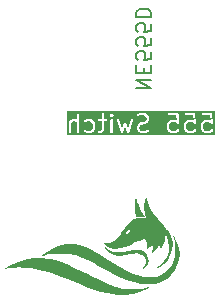
<source format=gbo>
%TF.GenerationSoftware,KiCad,Pcbnew,8.0.4*%
%TF.CreationDate,2024-08-01T01:15:24-04:00*%
%TF.ProjectId,555_toggle-switch_v2,3535355f-746f-4676-976c-652d73776974,rev?*%
%TF.SameCoordinates,Original*%
%TF.FileFunction,Legend,Bot*%
%TF.FilePolarity,Positive*%
%FSLAX46Y46*%
G04 Gerber Fmt 4.6, Leading zero omitted, Abs format (unit mm)*
G04 Created by KiCad (PCBNEW 8.0.4) date 2024-08-01 01:15:24*
%MOMM*%
%LPD*%
G01*
G04 APERTURE LIST*
%ADD10C,0.200000*%
%ADD11C,0.000000*%
G04 APERTURE END LIST*
D10*
X125182126Y-101083332D02*
X126432126Y-101083332D01*
X126432126Y-101083332D02*
X125182126Y-100369047D01*
X125182126Y-100369047D02*
X126432126Y-100369047D01*
X125836888Y-99773808D02*
X125836888Y-99357142D01*
X125182126Y-99178570D02*
X125182126Y-99773808D01*
X125182126Y-99773808D02*
X126432126Y-99773808D01*
X126432126Y-99773808D02*
X126432126Y-99178570D01*
X126432126Y-98047618D02*
X126432126Y-98642856D01*
X126432126Y-98642856D02*
X125836888Y-98702380D01*
X125836888Y-98702380D02*
X125896411Y-98642856D01*
X125896411Y-98642856D02*
X125955935Y-98523809D01*
X125955935Y-98523809D02*
X125955935Y-98226190D01*
X125955935Y-98226190D02*
X125896411Y-98107142D01*
X125896411Y-98107142D02*
X125836888Y-98047618D01*
X125836888Y-98047618D02*
X125717840Y-97988095D01*
X125717840Y-97988095D02*
X125420221Y-97988095D01*
X125420221Y-97988095D02*
X125301173Y-98047618D01*
X125301173Y-98047618D02*
X125241650Y-98107142D01*
X125241650Y-98107142D02*
X125182126Y-98226190D01*
X125182126Y-98226190D02*
X125182126Y-98523809D01*
X125182126Y-98523809D02*
X125241650Y-98642856D01*
X125241650Y-98642856D02*
X125301173Y-98702380D01*
X126432126Y-96857142D02*
X126432126Y-97452380D01*
X126432126Y-97452380D02*
X125836888Y-97511904D01*
X125836888Y-97511904D02*
X125896411Y-97452380D01*
X125896411Y-97452380D02*
X125955935Y-97333333D01*
X125955935Y-97333333D02*
X125955935Y-97035714D01*
X125955935Y-97035714D02*
X125896411Y-96916666D01*
X125896411Y-96916666D02*
X125836888Y-96857142D01*
X125836888Y-96857142D02*
X125717840Y-96797619D01*
X125717840Y-96797619D02*
X125420221Y-96797619D01*
X125420221Y-96797619D02*
X125301173Y-96857142D01*
X125301173Y-96857142D02*
X125241650Y-96916666D01*
X125241650Y-96916666D02*
X125182126Y-97035714D01*
X125182126Y-97035714D02*
X125182126Y-97333333D01*
X125182126Y-97333333D02*
X125241650Y-97452380D01*
X125241650Y-97452380D02*
X125301173Y-97511904D01*
X126432126Y-95666666D02*
X126432126Y-96261904D01*
X126432126Y-96261904D02*
X125836888Y-96321428D01*
X125836888Y-96321428D02*
X125896411Y-96261904D01*
X125896411Y-96261904D02*
X125955935Y-96142857D01*
X125955935Y-96142857D02*
X125955935Y-95845238D01*
X125955935Y-95845238D02*
X125896411Y-95726190D01*
X125896411Y-95726190D02*
X125836888Y-95666666D01*
X125836888Y-95666666D02*
X125717840Y-95607143D01*
X125717840Y-95607143D02*
X125420221Y-95607143D01*
X125420221Y-95607143D02*
X125301173Y-95666666D01*
X125301173Y-95666666D02*
X125241650Y-95726190D01*
X125241650Y-95726190D02*
X125182126Y-95845238D01*
X125182126Y-95845238D02*
X125182126Y-96142857D01*
X125182126Y-96142857D02*
X125241650Y-96261904D01*
X125241650Y-96261904D02*
X125301173Y-96321428D01*
X125182126Y-95071428D02*
X126432126Y-95071428D01*
X126432126Y-95071428D02*
X126432126Y-94773809D01*
X126432126Y-94773809D02*
X126372602Y-94595238D01*
X126372602Y-94595238D02*
X126253554Y-94476190D01*
X126253554Y-94476190D02*
X126134507Y-94416667D01*
X126134507Y-94416667D02*
X125896411Y-94357143D01*
X125896411Y-94357143D02*
X125717840Y-94357143D01*
X125717840Y-94357143D02*
X125479745Y-94416667D01*
X125479745Y-94416667D02*
X125360697Y-94476190D01*
X125360697Y-94476190D02*
X125241650Y-94595238D01*
X125241650Y-94595238D02*
X125182126Y-94773809D01*
X125182126Y-94773809D02*
X125182126Y-95071428D01*
G36*
X131848907Y-105072695D02*
G01*
X119316042Y-105072695D01*
X119316042Y-104020314D01*
X119482709Y-104020314D01*
X119482709Y-104806028D01*
X119484630Y-104825537D01*
X119499562Y-104861585D01*
X119527152Y-104889175D01*
X119563200Y-104904107D01*
X119602218Y-104904107D01*
X119638266Y-104889175D01*
X119665856Y-104861585D01*
X119680788Y-104825537D01*
X119682709Y-104806028D01*
X119682709Y-104043920D01*
X119728672Y-103951992D01*
X119820601Y-103906028D01*
X119987672Y-103906028D01*
X120094903Y-103959644D01*
X120125566Y-103990306D01*
X120125566Y-104806028D01*
X120127487Y-104825537D01*
X120142419Y-104861585D01*
X120170009Y-104889175D01*
X120206057Y-104904107D01*
X120245075Y-104904107D01*
X120281123Y-104889175D01*
X120308713Y-104861585D01*
X120323645Y-104825537D01*
X120325566Y-104806028D01*
X120325566Y-103864950D01*
X120769208Y-103864950D01*
X120771974Y-103903870D01*
X120789423Y-103938769D01*
X120818900Y-103964333D01*
X120855916Y-103976672D01*
X120894836Y-103973906D01*
X120913145Y-103966900D01*
X121034887Y-103906028D01*
X121273386Y-103906028D01*
X121380617Y-103959644D01*
X121429094Y-104008120D01*
X121482708Y-104115348D01*
X121482708Y-104496707D01*
X121429094Y-104603934D01*
X121380614Y-104652414D01*
X121273387Y-104706028D01*
X121034887Y-104706028D01*
X120913144Y-104645157D01*
X120894836Y-104638151D01*
X120855915Y-104635385D01*
X120818900Y-104647724D01*
X120789423Y-104673289D01*
X120771974Y-104708187D01*
X120769208Y-104747108D01*
X120781547Y-104784123D01*
X120807112Y-104813600D01*
X120823702Y-104824043D01*
X120966559Y-104895471D01*
X120984868Y-104902477D01*
X120988450Y-104902731D01*
X120991771Y-104904107D01*
X121011280Y-104906028D01*
X121296994Y-104906028D01*
X121316503Y-104904107D01*
X121319823Y-104902731D01*
X121323407Y-104902477D01*
X121341715Y-104895471D01*
X121484572Y-104824043D01*
X121492970Y-104818756D01*
X121495408Y-104817747D01*
X121498151Y-104815495D01*
X121501163Y-104813600D01*
X121502895Y-104811602D01*
X121510562Y-104805311D01*
X121581991Y-104733882D01*
X121588285Y-104726211D01*
X121590280Y-104724482D01*
X121592173Y-104721474D01*
X121594427Y-104718728D01*
X121595437Y-104716288D01*
X121600723Y-104707892D01*
X121672151Y-104565035D01*
X121679157Y-104546726D01*
X121679411Y-104543143D01*
X121680787Y-104539823D01*
X121682708Y-104520314D01*
X121682708Y-104091742D01*
X121680787Y-104072233D01*
X121679411Y-104068912D01*
X121679157Y-104065330D01*
X121672151Y-104047021D01*
X121600723Y-103904164D01*
X121595438Y-103895768D01*
X121594427Y-103893327D01*
X121592171Y-103890579D01*
X121590280Y-103887574D01*
X121588285Y-103885843D01*
X121581990Y-103878174D01*
X121510561Y-103806746D01*
X121502894Y-103800453D01*
X121501163Y-103798457D01*
X121498155Y-103796563D01*
X121495408Y-103794309D01*
X121492966Y-103793297D01*
X121484572Y-103788014D01*
X121481582Y-103786519D01*
X121913201Y-103786519D01*
X121913201Y-103825537D01*
X121928133Y-103861585D01*
X121955723Y-103889175D01*
X121991771Y-103904107D01*
X122011280Y-103906028D01*
X122268423Y-103906028D01*
X122268423Y-104568135D01*
X122222458Y-104660064D01*
X122130530Y-104706028D01*
X122011280Y-104706028D01*
X121991771Y-104707949D01*
X121955723Y-104722881D01*
X121928133Y-104750471D01*
X121913201Y-104786519D01*
X121913201Y-104825537D01*
X121928133Y-104861585D01*
X121955723Y-104889175D01*
X121991771Y-104904107D01*
X122011280Y-104906028D01*
X122154137Y-104906028D01*
X122173646Y-104904107D01*
X122176966Y-104902731D01*
X122180550Y-104902477D01*
X122198858Y-104895471D01*
X122341715Y-104824043D01*
X122344978Y-104821988D01*
X122346517Y-104821476D01*
X122348432Y-104819814D01*
X122358306Y-104813600D01*
X122366521Y-104804127D01*
X122375994Y-104795912D01*
X122382208Y-104786038D01*
X122383870Y-104784123D01*
X122384382Y-104782584D01*
X122386437Y-104779321D01*
X122457866Y-104636463D01*
X122464872Y-104618155D01*
X122465126Y-104614571D01*
X122466502Y-104611251D01*
X122468423Y-104591742D01*
X122468423Y-103906028D01*
X122582708Y-103906028D01*
X122602217Y-103904107D01*
X122638265Y-103889175D01*
X122665855Y-103861585D01*
X122680787Y-103825537D01*
X122680787Y-103806028D01*
X122982709Y-103806028D01*
X122982709Y-104806028D01*
X122984630Y-104825537D01*
X122999562Y-104861585D01*
X123027152Y-104889175D01*
X123063200Y-104904107D01*
X123102218Y-104904107D01*
X123138266Y-104889175D01*
X123165856Y-104861585D01*
X123180788Y-104825537D01*
X123182709Y-104806028D01*
X123182709Y-103814214D01*
X123554473Y-103814214D01*
X123557986Y-103833500D01*
X123843700Y-104833500D01*
X123850906Y-104851731D01*
X123854876Y-104856732D01*
X123857389Y-104862595D01*
X123866900Y-104871877D01*
X123875167Y-104882290D01*
X123880744Y-104885388D01*
X123885313Y-104889847D01*
X123897657Y-104894785D01*
X123909275Y-104901239D01*
X123915613Y-104901967D01*
X123921540Y-104904338D01*
X123934831Y-104904175D01*
X123948038Y-104905693D01*
X123954177Y-104903938D01*
X123960555Y-104903861D01*
X123972765Y-104898628D01*
X123985555Y-104894974D01*
X123990556Y-104891003D01*
X123996419Y-104888491D01*
X124005698Y-104878982D01*
X124016114Y-104870714D01*
X124019214Y-104865133D01*
X124023671Y-104860567D01*
X124032700Y-104843167D01*
X124225566Y-104361000D01*
X124418433Y-104843167D01*
X124427463Y-104860568D01*
X124431920Y-104865135D01*
X124435019Y-104870713D01*
X124445428Y-104878977D01*
X124454714Y-104888492D01*
X124460579Y-104891005D01*
X124465578Y-104894974D01*
X124478360Y-104898626D01*
X124490578Y-104903862D01*
X124496958Y-104903939D01*
X124503095Y-104905693D01*
X124516299Y-104904175D01*
X124529593Y-104904338D01*
X124535519Y-104901967D01*
X124541858Y-104901239D01*
X124553475Y-104894785D01*
X124565820Y-104889847D01*
X124570388Y-104885388D01*
X124575966Y-104882290D01*
X124584230Y-104871880D01*
X124593745Y-104862595D01*
X124596258Y-104856729D01*
X124600227Y-104851731D01*
X124607433Y-104833500D01*
X124737731Y-104377457D01*
X125196994Y-104377457D01*
X125196994Y-104520314D01*
X125198915Y-104539823D01*
X125200290Y-104543143D01*
X125200545Y-104546727D01*
X125207551Y-104565036D01*
X125278980Y-104707892D01*
X125284266Y-104716290D01*
X125285276Y-104718728D01*
X125287527Y-104721471D01*
X125289423Y-104724483D01*
X125291420Y-104726215D01*
X125297712Y-104733882D01*
X125369141Y-104805311D01*
X125376811Y-104811605D01*
X125378541Y-104813600D01*
X125381548Y-104815493D01*
X125384295Y-104817747D01*
X125386734Y-104818757D01*
X125395131Y-104824043D01*
X125537988Y-104895471D01*
X125556297Y-104902477D01*
X125559879Y-104902731D01*
X125563200Y-104904107D01*
X125582709Y-104906028D01*
X125939852Y-104906028D01*
X125949725Y-104905055D01*
X125952359Y-104905243D01*
X125955822Y-104904455D01*
X125959361Y-104904107D01*
X125961803Y-104903095D01*
X125971475Y-104900896D01*
X126185760Y-104829468D01*
X126203660Y-104821477D01*
X126233136Y-104795912D01*
X126250586Y-104761013D01*
X126253352Y-104722093D01*
X126241014Y-104685077D01*
X126215449Y-104655601D01*
X126180550Y-104638151D01*
X126141630Y-104635385D01*
X126122514Y-104639732D01*
X125923625Y-104706028D01*
X125606316Y-104706028D01*
X125499088Y-104652414D01*
X125450608Y-104603934D01*
X125396994Y-104496705D01*
X125396994Y-104401065D01*
X125450608Y-104293836D01*
X125499088Y-104245356D01*
X125617614Y-104186092D01*
X125709300Y-104163171D01*
X127768422Y-104163171D01*
X127768422Y-104520314D01*
X127770343Y-104539823D01*
X127771718Y-104543143D01*
X127771973Y-104546727D01*
X127778979Y-104565036D01*
X127850408Y-104707892D01*
X127855694Y-104716290D01*
X127856704Y-104718728D01*
X127858955Y-104721471D01*
X127860851Y-104724483D01*
X127862848Y-104726215D01*
X127869140Y-104733882D01*
X127940569Y-104805311D01*
X127948239Y-104811605D01*
X127949969Y-104813600D01*
X127952976Y-104815493D01*
X127955723Y-104817747D01*
X127958162Y-104818757D01*
X127966559Y-104824043D01*
X128109416Y-104895471D01*
X128127725Y-104902477D01*
X128131307Y-104902731D01*
X128134628Y-104904107D01*
X128154137Y-104906028D01*
X128511280Y-104906028D01*
X128530789Y-104904107D01*
X128534109Y-104902731D01*
X128537693Y-104902477D01*
X128556001Y-104895471D01*
X128698858Y-104824043D01*
X128707254Y-104818757D01*
X128709695Y-104817747D01*
X128712440Y-104815493D01*
X128715449Y-104813600D01*
X128717181Y-104811602D01*
X128724848Y-104805310D01*
X128796276Y-104733881D01*
X128808713Y-104718728D01*
X128823644Y-104682679D01*
X128823643Y-104643661D01*
X128808712Y-104607613D01*
X128781122Y-104580023D01*
X128745073Y-104565092D01*
X128706055Y-104565093D01*
X128670007Y-104580024D01*
X128654854Y-104592461D01*
X128594901Y-104652414D01*
X128487673Y-104706028D01*
X128177744Y-104706028D01*
X128070516Y-104652414D01*
X128022036Y-104603934D01*
X127968422Y-104496705D01*
X127968422Y-104186779D01*
X127980226Y-104163171D01*
X129196993Y-104163171D01*
X129196993Y-104520314D01*
X129198914Y-104539823D01*
X129200289Y-104543143D01*
X129200544Y-104546727D01*
X129207550Y-104565036D01*
X129278979Y-104707892D01*
X129284265Y-104716290D01*
X129285275Y-104718728D01*
X129287526Y-104721471D01*
X129289422Y-104724483D01*
X129291419Y-104726215D01*
X129297711Y-104733882D01*
X129369140Y-104805311D01*
X129376810Y-104811605D01*
X129378540Y-104813600D01*
X129381547Y-104815493D01*
X129384294Y-104817747D01*
X129386733Y-104818757D01*
X129395130Y-104824043D01*
X129537987Y-104895471D01*
X129556296Y-104902477D01*
X129559878Y-104902731D01*
X129563199Y-104904107D01*
X129582708Y-104906028D01*
X129939851Y-104906028D01*
X129959360Y-104904107D01*
X129962680Y-104902731D01*
X129966264Y-104902477D01*
X129984572Y-104895471D01*
X130127429Y-104824043D01*
X130135825Y-104818757D01*
X130138266Y-104817747D01*
X130141011Y-104815493D01*
X130144020Y-104813600D01*
X130145752Y-104811602D01*
X130153419Y-104805310D01*
X130224847Y-104733881D01*
X130237284Y-104718728D01*
X130252215Y-104682679D01*
X130252214Y-104643661D01*
X130237283Y-104607613D01*
X130209693Y-104580023D01*
X130173644Y-104565092D01*
X130134626Y-104565093D01*
X130098578Y-104580024D01*
X130083425Y-104592461D01*
X130023472Y-104652414D01*
X129916244Y-104706028D01*
X129606315Y-104706028D01*
X129499087Y-104652414D01*
X129450607Y-104603934D01*
X129396993Y-104496705D01*
X129396993Y-104186779D01*
X129408797Y-104163171D01*
X130625564Y-104163171D01*
X130625564Y-104520314D01*
X130627485Y-104539823D01*
X130628860Y-104543143D01*
X130629115Y-104546727D01*
X130636121Y-104565036D01*
X130707550Y-104707892D01*
X130712836Y-104716290D01*
X130713846Y-104718728D01*
X130716097Y-104721471D01*
X130717993Y-104724483D01*
X130719990Y-104726215D01*
X130726282Y-104733882D01*
X130797711Y-104805311D01*
X130805381Y-104811605D01*
X130807111Y-104813600D01*
X130810118Y-104815493D01*
X130812865Y-104817747D01*
X130815304Y-104818757D01*
X130823701Y-104824043D01*
X130966558Y-104895471D01*
X130984867Y-104902477D01*
X130988449Y-104902731D01*
X130991770Y-104904107D01*
X131011279Y-104906028D01*
X131368422Y-104906028D01*
X131387931Y-104904107D01*
X131391251Y-104902731D01*
X131394835Y-104902477D01*
X131413143Y-104895471D01*
X131556000Y-104824043D01*
X131564396Y-104818757D01*
X131566837Y-104817747D01*
X131569582Y-104815493D01*
X131572591Y-104813600D01*
X131574323Y-104811602D01*
X131581990Y-104805310D01*
X131653418Y-104733881D01*
X131665855Y-104718728D01*
X131680786Y-104682679D01*
X131680785Y-104643661D01*
X131665854Y-104607613D01*
X131638264Y-104580023D01*
X131602215Y-104565092D01*
X131563197Y-104565093D01*
X131527149Y-104580024D01*
X131511996Y-104592461D01*
X131452043Y-104652414D01*
X131344815Y-104706028D01*
X131034886Y-104706028D01*
X130927658Y-104652414D01*
X130879178Y-104603934D01*
X130825564Y-104496705D01*
X130825564Y-104186779D01*
X130879178Y-104079550D01*
X130927658Y-104031070D01*
X131034886Y-103977457D01*
X131344815Y-103977457D01*
X131452043Y-104031070D01*
X131511996Y-104091024D01*
X131527149Y-104103461D01*
X131531803Y-104105389D01*
X131535699Y-104108576D01*
X131549690Y-104112797D01*
X131563197Y-104118392D01*
X131568232Y-104118392D01*
X131573054Y-104119847D01*
X131587599Y-104118392D01*
X131602215Y-104118393D01*
X131606867Y-104116465D01*
X131611878Y-104115965D01*
X131624755Y-104109057D01*
X131638264Y-104103462D01*
X131641826Y-104099899D01*
X131646262Y-104097520D01*
X131655511Y-104086214D01*
X131665854Y-104075872D01*
X131667782Y-104071215D01*
X131670969Y-104067321D01*
X131675189Y-104053332D01*
X131680785Y-104039824D01*
X131680785Y-104034788D01*
X131682240Y-104029967D01*
X131682211Y-104010363D01*
X131610783Y-103296078D01*
X131609358Y-103288969D01*
X131609358Y-103286519D01*
X131608406Y-103284221D01*
X131606930Y-103276857D01*
X131600020Y-103263976D01*
X131594426Y-103250471D01*
X131590865Y-103246910D01*
X131588485Y-103242473D01*
X131577172Y-103233217D01*
X131566836Y-103222881D01*
X131562183Y-103220953D01*
X131558287Y-103217766D01*
X131544297Y-103213545D01*
X131530788Y-103207949D01*
X131523310Y-103207212D01*
X131520932Y-103206495D01*
X131518495Y-103206738D01*
X131511279Y-103206028D01*
X130796993Y-103206028D01*
X130777484Y-103207949D01*
X130741436Y-103222881D01*
X130713846Y-103250471D01*
X130698914Y-103286519D01*
X130698914Y-103325537D01*
X130713846Y-103361585D01*
X130741436Y-103389175D01*
X130777484Y-103404107D01*
X130796993Y-103406028D01*
X131420780Y-103406028D01*
X131461390Y-103812137D01*
X131413143Y-103788014D01*
X131394835Y-103781008D01*
X131391251Y-103780753D01*
X131387931Y-103779378D01*
X131368422Y-103777457D01*
X131011279Y-103777457D01*
X130991770Y-103779378D01*
X130988449Y-103780753D01*
X130984867Y-103781008D01*
X130966558Y-103788014D01*
X130823701Y-103859442D01*
X130815304Y-103864727D01*
X130812865Y-103865738D01*
X130810118Y-103867991D01*
X130807111Y-103869885D01*
X130805381Y-103871879D01*
X130797711Y-103878174D01*
X130726282Y-103949603D01*
X130719990Y-103957269D01*
X130717993Y-103959002D01*
X130716097Y-103962013D01*
X130713846Y-103964757D01*
X130712836Y-103967194D01*
X130707550Y-103975593D01*
X130636121Y-104118449D01*
X130629115Y-104136758D01*
X130628860Y-104140341D01*
X130627485Y-104143662D01*
X130625564Y-104163171D01*
X129408797Y-104163171D01*
X129450607Y-104079550D01*
X129499087Y-104031070D01*
X129606315Y-103977457D01*
X129916244Y-103977457D01*
X130023472Y-104031070D01*
X130083425Y-104091024D01*
X130098578Y-104103461D01*
X130103232Y-104105389D01*
X130107128Y-104108576D01*
X130121119Y-104112797D01*
X130134626Y-104118392D01*
X130139661Y-104118392D01*
X130144483Y-104119847D01*
X130159028Y-104118392D01*
X130173644Y-104118393D01*
X130178296Y-104116465D01*
X130183307Y-104115965D01*
X130196184Y-104109057D01*
X130209693Y-104103462D01*
X130213255Y-104099899D01*
X130217691Y-104097520D01*
X130226940Y-104086214D01*
X130237283Y-104075872D01*
X130239211Y-104071215D01*
X130242398Y-104067321D01*
X130246618Y-104053332D01*
X130252214Y-104039824D01*
X130252214Y-104034788D01*
X130253669Y-104029967D01*
X130253640Y-104010363D01*
X130182212Y-103296078D01*
X130180787Y-103288969D01*
X130180787Y-103286519D01*
X130179835Y-103284221D01*
X130178359Y-103276857D01*
X130171449Y-103263976D01*
X130165855Y-103250471D01*
X130162294Y-103246910D01*
X130159914Y-103242473D01*
X130148601Y-103233217D01*
X130138265Y-103222881D01*
X130133612Y-103220953D01*
X130129716Y-103217766D01*
X130115726Y-103213545D01*
X130102217Y-103207949D01*
X130094739Y-103207212D01*
X130092361Y-103206495D01*
X130089924Y-103206738D01*
X130082708Y-103206028D01*
X129368422Y-103206028D01*
X129348913Y-103207949D01*
X129312865Y-103222881D01*
X129285275Y-103250471D01*
X129270343Y-103286519D01*
X129270343Y-103325537D01*
X129285275Y-103361585D01*
X129312865Y-103389175D01*
X129348913Y-103404107D01*
X129368422Y-103406028D01*
X129992209Y-103406028D01*
X130032819Y-103812137D01*
X129984572Y-103788014D01*
X129966264Y-103781008D01*
X129962680Y-103780753D01*
X129959360Y-103779378D01*
X129939851Y-103777457D01*
X129582708Y-103777457D01*
X129563199Y-103779378D01*
X129559878Y-103780753D01*
X129556296Y-103781008D01*
X129537987Y-103788014D01*
X129395130Y-103859442D01*
X129386733Y-103864727D01*
X129384294Y-103865738D01*
X129381547Y-103867991D01*
X129378540Y-103869885D01*
X129376810Y-103871879D01*
X129369140Y-103878174D01*
X129297711Y-103949603D01*
X129291419Y-103957269D01*
X129289422Y-103959002D01*
X129287526Y-103962013D01*
X129285275Y-103964757D01*
X129284265Y-103967194D01*
X129278979Y-103975593D01*
X129207550Y-104118449D01*
X129200544Y-104136758D01*
X129200289Y-104140341D01*
X129198914Y-104143662D01*
X129196993Y-104163171D01*
X127980226Y-104163171D01*
X128022036Y-104079550D01*
X128070516Y-104031070D01*
X128177744Y-103977457D01*
X128487673Y-103977457D01*
X128594901Y-104031070D01*
X128654854Y-104091024D01*
X128670007Y-104103461D01*
X128674661Y-104105389D01*
X128678557Y-104108576D01*
X128692548Y-104112797D01*
X128706055Y-104118392D01*
X128711090Y-104118392D01*
X128715912Y-104119847D01*
X128730457Y-104118392D01*
X128745073Y-104118393D01*
X128749725Y-104116465D01*
X128754736Y-104115965D01*
X128767613Y-104109057D01*
X128781122Y-104103462D01*
X128784684Y-104099899D01*
X128789120Y-104097520D01*
X128798369Y-104086214D01*
X128808712Y-104075872D01*
X128810640Y-104071215D01*
X128813827Y-104067321D01*
X128818047Y-104053332D01*
X128823643Y-104039824D01*
X128823643Y-104034788D01*
X128825098Y-104029967D01*
X128825069Y-104010363D01*
X128753641Y-103296078D01*
X128752216Y-103288969D01*
X128752216Y-103286519D01*
X128751264Y-103284221D01*
X128749788Y-103276857D01*
X128742878Y-103263976D01*
X128737284Y-103250471D01*
X128733723Y-103246910D01*
X128731343Y-103242473D01*
X128720030Y-103233217D01*
X128709694Y-103222881D01*
X128705041Y-103220953D01*
X128701145Y-103217766D01*
X128687155Y-103213545D01*
X128673646Y-103207949D01*
X128666168Y-103207212D01*
X128663790Y-103206495D01*
X128661353Y-103206738D01*
X128654137Y-103206028D01*
X127939851Y-103206028D01*
X127920342Y-103207949D01*
X127884294Y-103222881D01*
X127856704Y-103250471D01*
X127841772Y-103286519D01*
X127841772Y-103325537D01*
X127856704Y-103361585D01*
X127884294Y-103389175D01*
X127920342Y-103404107D01*
X127939851Y-103406028D01*
X128563638Y-103406028D01*
X128604248Y-103812137D01*
X128556001Y-103788014D01*
X128537693Y-103781008D01*
X128534109Y-103780753D01*
X128530789Y-103779378D01*
X128511280Y-103777457D01*
X128154137Y-103777457D01*
X128134628Y-103779378D01*
X128131307Y-103780753D01*
X128127725Y-103781008D01*
X128109416Y-103788014D01*
X127966559Y-103859442D01*
X127958162Y-103864727D01*
X127955723Y-103865738D01*
X127952976Y-103867991D01*
X127949969Y-103869885D01*
X127948239Y-103871879D01*
X127940569Y-103878174D01*
X127869140Y-103949603D01*
X127862848Y-103957269D01*
X127860851Y-103959002D01*
X127858955Y-103962013D01*
X127856704Y-103964757D01*
X127855694Y-103967194D01*
X127850408Y-103975593D01*
X127778979Y-104118449D01*
X127771973Y-104136758D01*
X127771718Y-104140341D01*
X127770343Y-104143662D01*
X127768422Y-104163171D01*
X125709300Y-104163171D01*
X125892676Y-104117328D01*
X125894113Y-104116814D01*
X125894836Y-104116763D01*
X125902977Y-104113648D01*
X125911137Y-104110733D01*
X125911716Y-104110303D01*
X125913145Y-104109757D01*
X126056001Y-104038328D01*
X126064395Y-104033044D01*
X126066837Y-104032033D01*
X126069584Y-104029778D01*
X126072592Y-104027885D01*
X126074323Y-104025888D01*
X126081990Y-104019596D01*
X126153419Y-103948168D01*
X126159714Y-103940498D01*
X126161709Y-103938768D01*
X126163600Y-103935762D01*
X126165856Y-103933015D01*
X126166867Y-103930573D01*
X126172152Y-103922178D01*
X126243580Y-103779321D01*
X126250586Y-103761012D01*
X126250840Y-103757429D01*
X126252216Y-103754109D01*
X126254137Y-103734600D01*
X126254137Y-103591742D01*
X126252216Y-103572233D01*
X126250840Y-103568912D01*
X126250586Y-103565330D01*
X126243580Y-103547021D01*
X126172152Y-103404164D01*
X126166867Y-103395768D01*
X126165856Y-103393327D01*
X126163600Y-103390579D01*
X126161709Y-103387574D01*
X126159714Y-103385843D01*
X126153419Y-103378174D01*
X126081990Y-103306746D01*
X126074323Y-103300453D01*
X126072592Y-103298457D01*
X126069584Y-103296563D01*
X126066837Y-103294309D01*
X126064395Y-103293297D01*
X126056001Y-103288014D01*
X125913145Y-103216585D01*
X125894836Y-103209579D01*
X125891252Y-103209324D01*
X125887932Y-103207949D01*
X125868423Y-103206028D01*
X125511280Y-103206028D01*
X125501406Y-103207000D01*
X125498772Y-103206813D01*
X125495308Y-103207600D01*
X125491771Y-103207949D01*
X125489329Y-103208960D01*
X125479657Y-103211160D01*
X125265371Y-103282589D01*
X125247471Y-103290580D01*
X125217995Y-103316146D01*
X125200545Y-103351045D01*
X125197779Y-103389965D01*
X125210117Y-103426980D01*
X125235683Y-103456456D01*
X125270582Y-103473906D01*
X125309502Y-103476672D01*
X125328617Y-103472325D01*
X125527507Y-103406028D01*
X125844815Y-103406028D01*
X125952046Y-103459644D01*
X126000523Y-103508120D01*
X126054137Y-103615348D01*
X126054137Y-103710993D01*
X126000523Y-103818221D01*
X125952046Y-103866697D01*
X125833516Y-103925963D01*
X125558456Y-103994728D01*
X125557018Y-103995241D01*
X125556296Y-103995293D01*
X125548165Y-103998404D01*
X125539995Y-104001323D01*
X125539415Y-104001752D01*
X125537987Y-104002299D01*
X125395130Y-104073728D01*
X125386731Y-104079014D01*
X125384295Y-104080024D01*
X125381551Y-104082275D01*
X125378540Y-104084171D01*
X125376807Y-104086168D01*
X125369141Y-104092460D01*
X125297712Y-104163889D01*
X125291420Y-104171555D01*
X125289423Y-104173288D01*
X125287527Y-104176299D01*
X125285276Y-104179043D01*
X125284266Y-104181480D01*
X125278980Y-104189879D01*
X125207551Y-104332735D01*
X125200545Y-104351044D01*
X125200290Y-104354627D01*
X125198915Y-104357948D01*
X125196994Y-104377457D01*
X124737731Y-104377457D01*
X124893148Y-103833500D01*
X124896660Y-103814214D01*
X124892206Y-103775450D01*
X124873257Y-103741342D01*
X124842698Y-103717082D01*
X124805181Y-103706363D01*
X124766418Y-103710817D01*
X124732310Y-103729766D01*
X124708049Y-103760325D01*
X124700843Y-103778556D01*
X124495490Y-104497292D01*
X124318414Y-104054603D01*
X124309385Y-104037203D01*
X124308516Y-104036312D01*
X124308029Y-104035176D01*
X124294943Y-104022405D01*
X124282133Y-104009279D01*
X124280992Y-104008790D01*
X124280105Y-104007924D01*
X124263091Y-104001118D01*
X124246269Y-103993909D01*
X124245030Y-103993893D01*
X124243878Y-103993433D01*
X124225587Y-103993656D01*
X124207254Y-103993432D01*
X124206099Y-103993893D01*
X124204862Y-103993909D01*
X124188067Y-104001106D01*
X124171027Y-104007923D01*
X124170137Y-104008791D01*
X124168999Y-104009279D01*
X124156208Y-104022384D01*
X124143103Y-104035175D01*
X124142615Y-104036313D01*
X124141747Y-104037203D01*
X124132718Y-104054603D01*
X123955643Y-104497290D01*
X123750290Y-103778556D01*
X123743084Y-103760325D01*
X123718823Y-103729766D01*
X123684715Y-103710817D01*
X123645952Y-103706363D01*
X123608435Y-103717082D01*
X123577876Y-103741343D01*
X123558927Y-103775451D01*
X123554473Y-103814214D01*
X123182709Y-103814214D01*
X123182709Y-103806028D01*
X123180788Y-103786519D01*
X123165856Y-103750471D01*
X123138266Y-103722881D01*
X123102218Y-103707949D01*
X123063200Y-103707949D01*
X123027152Y-103722881D01*
X122999562Y-103750471D01*
X122984630Y-103786519D01*
X122982709Y-103806028D01*
X122680787Y-103806028D01*
X122680787Y-103786519D01*
X122665855Y-103750471D01*
X122638265Y-103722881D01*
X122602217Y-103707949D01*
X122582708Y-103706028D01*
X122468423Y-103706028D01*
X122468423Y-103357948D01*
X122913201Y-103357948D01*
X122913201Y-103396966D01*
X122914829Y-103400896D01*
X122928133Y-103433015D01*
X122940570Y-103448168D01*
X123011999Y-103519596D01*
X123027152Y-103532033D01*
X123052642Y-103542590D01*
X123063200Y-103546964D01*
X123063201Y-103546964D01*
X123102218Y-103546964D01*
X123128240Y-103536185D01*
X123138267Y-103532032D01*
X123138271Y-103532027D01*
X123153420Y-103519596D01*
X123224847Y-103448168D01*
X123237284Y-103433015D01*
X123249234Y-103404164D01*
X123252215Y-103396967D01*
X123252216Y-103357949D01*
X123237285Y-103321900D01*
X123224848Y-103306747D01*
X123153420Y-103235318D01*
X123138267Y-103222881D01*
X123123067Y-103216585D01*
X123102218Y-103207949D01*
X123063200Y-103207949D01*
X123055448Y-103211160D01*
X123027152Y-103222880D01*
X123027146Y-103222885D01*
X123011998Y-103235317D01*
X122940569Y-103306746D01*
X122928137Y-103321894D01*
X122928132Y-103321900D01*
X122917574Y-103347390D01*
X122913201Y-103357948D01*
X122468423Y-103357948D01*
X122468423Y-103306028D01*
X122466502Y-103286519D01*
X122451570Y-103250471D01*
X122423980Y-103222881D01*
X122387932Y-103207949D01*
X122348914Y-103207949D01*
X122312866Y-103222881D01*
X122285276Y-103250471D01*
X122270344Y-103286519D01*
X122268423Y-103306028D01*
X122268423Y-103706028D01*
X122011280Y-103706028D01*
X121991771Y-103707949D01*
X121955723Y-103722881D01*
X121928133Y-103750471D01*
X121913201Y-103786519D01*
X121481582Y-103786519D01*
X121341716Y-103716585D01*
X121323407Y-103709579D01*
X121319823Y-103709324D01*
X121316503Y-103707949D01*
X121296994Y-103706028D01*
X121011280Y-103706028D01*
X120991771Y-103707949D01*
X120988450Y-103709324D01*
X120984867Y-103709579D01*
X120966558Y-103716585D01*
X120823701Y-103788014D01*
X120807111Y-103798457D01*
X120781547Y-103827934D01*
X120769208Y-103864950D01*
X120325566Y-103864950D01*
X120325566Y-103306028D01*
X120323645Y-103286519D01*
X120308713Y-103250471D01*
X120281123Y-103222881D01*
X120245075Y-103207949D01*
X120206057Y-103207949D01*
X120170009Y-103222881D01*
X120142419Y-103250471D01*
X120127487Y-103286519D01*
X120125566Y-103306028D01*
X120125566Y-103751367D01*
X120056002Y-103716585D01*
X120037693Y-103709579D01*
X120034109Y-103709324D01*
X120030789Y-103707949D01*
X120011280Y-103706028D01*
X119796994Y-103706028D01*
X119777485Y-103707949D01*
X119774164Y-103709324D01*
X119770581Y-103709579D01*
X119752272Y-103716585D01*
X119609415Y-103788014D01*
X119606150Y-103790068D01*
X119604614Y-103790581D01*
X119602699Y-103792240D01*
X119592825Y-103798457D01*
X119584609Y-103807929D01*
X119575137Y-103816145D01*
X119568922Y-103826018D01*
X119567261Y-103827934D01*
X119566748Y-103829472D01*
X119564694Y-103832736D01*
X119493266Y-103975593D01*
X119486260Y-103993901D01*
X119486005Y-103997484D01*
X119484630Y-104000805D01*
X119482709Y-104020314D01*
X119316042Y-104020314D01*
X119316042Y-103039361D01*
X131848907Y-103039361D01*
X131848907Y-105072695D01*
G37*
D11*
%TO.C,G\u002A\u002A\u002A*%
G36*
X126791247Y-116373085D02*
G01*
X126763457Y-116400875D01*
X126735668Y-116373085D01*
X126763457Y-116345295D01*
X126791247Y-116373085D01*
G37*
G36*
X125188365Y-110421532D02*
G01*
X125230550Y-110564989D01*
X125267936Y-110696924D01*
X125365538Y-110982968D01*
X125480896Y-111266344D01*
X125602066Y-111520962D01*
X125717104Y-111720731D01*
X125814064Y-111839562D01*
X125863752Y-111889844D01*
X125901969Y-111963831D01*
X125901944Y-111964428D01*
X125849213Y-111987686D01*
X125714775Y-111999999D01*
X125527166Y-111998710D01*
X125436701Y-111994544D01*
X125273902Y-111981578D01*
X125184399Y-111955487D01*
X125141095Y-111904172D01*
X125116893Y-111815536D01*
X125099208Y-111681419D01*
X125086502Y-111470222D01*
X125080421Y-111219739D01*
X125080882Y-110960025D01*
X125087804Y-110721134D01*
X125101102Y-110533121D01*
X125120697Y-110426039D01*
X125127120Y-110410808D01*
X125157260Y-110374403D01*
X125188365Y-110421532D01*
G37*
G36*
X122587436Y-114580532D02*
G01*
X122692451Y-114664967D01*
X122886742Y-114811382D01*
X123201259Y-114943037D01*
X123583217Y-115001370D01*
X124038630Y-114987136D01*
X124573511Y-114901089D01*
X124577163Y-114900319D01*
X124914951Y-114834994D01*
X125172034Y-114801933D01*
X125373801Y-114800998D01*
X125545640Y-114832054D01*
X125712939Y-114894963D01*
X125903297Y-115010752D01*
X126100145Y-115233593D01*
X126206573Y-115514052D01*
X126215304Y-115702684D01*
X126134665Y-115963229D01*
X125944045Y-116219408D01*
X125933468Y-116230304D01*
X125812174Y-116341384D01*
X125751943Y-116369709D01*
X125759302Y-116317364D01*
X125840780Y-116186433D01*
X125881739Y-116124177D01*
X125984459Y-115870239D01*
X125988805Y-115625532D01*
X125897239Y-115408267D01*
X125712229Y-115236658D01*
X125642632Y-115197000D01*
X125440280Y-115120434D01*
X125205925Y-115092046D01*
X124916275Y-115110602D01*
X124548040Y-115174864D01*
X124420446Y-115200025D01*
X124146282Y-115245689D01*
X123897037Y-115277155D01*
X123714341Y-115288735D01*
X123587325Y-115281187D01*
X123249965Y-115197470D01*
X122937879Y-115035483D01*
X122689830Y-114813219D01*
X122654216Y-114768794D01*
X122568130Y-114643105D01*
X122545933Y-114576798D01*
X122587436Y-114580532D01*
G37*
G36*
X117824104Y-115538716D02*
G01*
X117973697Y-115569041D01*
X118307893Y-115651328D01*
X118658767Y-115759144D01*
X119039428Y-115897764D01*
X119462984Y-116072463D01*
X119942542Y-116288515D01*
X120491212Y-116551193D01*
X121122101Y-116865774D01*
X121375783Y-116993769D01*
X121932057Y-117270373D01*
X122408967Y-117499444D01*
X122819301Y-117685280D01*
X123175843Y-117832183D01*
X123491382Y-117944451D01*
X123778702Y-118026385D01*
X124050591Y-118082285D01*
X124319835Y-118116451D01*
X124599220Y-118133182D01*
X124901532Y-118136780D01*
X125008736Y-118135703D01*
X125368882Y-118120103D01*
X125663761Y-118083348D01*
X125928960Y-118021444D01*
X125953715Y-118014340D01*
X126140991Y-117964298D01*
X126278362Y-117933932D01*
X126337610Y-117929586D01*
X126312187Y-117960974D01*
X126206823Y-118024819D01*
X126043316Y-118108932D01*
X125845100Y-118202307D01*
X125635610Y-118293936D01*
X125438283Y-118372815D01*
X125276552Y-118427934D01*
X125136305Y-118464944D01*
X124867108Y-118523955D01*
X124612913Y-118567752D01*
X124393123Y-118588182D01*
X124016347Y-118595041D01*
X123595636Y-118577783D01*
X123168371Y-118538227D01*
X122771928Y-118478191D01*
X122589195Y-118440673D01*
X122245133Y-118354062D01*
X121869864Y-118238501D01*
X121446623Y-118088235D01*
X120958645Y-117897514D01*
X120389164Y-117660583D01*
X119555216Y-117319804D01*
X118629391Y-116977410D01*
X117766340Y-116698797D01*
X116973638Y-116486382D01*
X116258862Y-116342582D01*
X116229417Y-116338004D01*
X115934975Y-116305592D01*
X115592481Y-116286237D01*
X115233620Y-116279979D01*
X114890075Y-116286858D01*
X114593529Y-116306915D01*
X114375667Y-116340189D01*
X114277967Y-116361789D01*
X114145044Y-116384490D01*
X114084473Y-116384838D01*
X114099846Y-116356656D01*
X114193720Y-116288432D01*
X114351225Y-116194268D01*
X114551442Y-116085444D01*
X114773452Y-115973239D01*
X114996336Y-115868934D01*
X115199173Y-115783806D01*
X115683682Y-115625058D01*
X116393185Y-115488445D01*
X117110902Y-115459268D01*
X117824104Y-115538716D01*
G37*
G36*
X128318438Y-113569316D02*
G01*
X128377088Y-113649193D01*
X128460917Y-113796488D01*
X128562597Y-114003696D01*
X128608590Y-114108211D01*
X128775479Y-114633748D01*
X128837052Y-115148952D01*
X128798180Y-115644134D01*
X128663735Y-116109605D01*
X128438587Y-116535675D01*
X128127607Y-116912655D01*
X127735668Y-117230855D01*
X127267640Y-117480586D01*
X126728395Y-117652158D01*
X126656358Y-117667087D01*
X126165643Y-117709580D01*
X125610479Y-117664085D01*
X124992990Y-117531273D01*
X124315301Y-117311815D01*
X123579537Y-117006384D01*
X122787822Y-116615648D01*
X121942279Y-116140280D01*
X121738935Y-116021188D01*
X121273265Y-115764384D01*
X120852925Y-115559732D01*
X120449045Y-115393823D01*
X120032757Y-115253246D01*
X119870701Y-115205361D01*
X119685579Y-115159200D01*
X119505403Y-115129039D01*
X119301157Y-115111561D01*
X119043820Y-115103448D01*
X118704376Y-115101384D01*
X118584717Y-115101544D01*
X118267053Y-115105567D01*
X118026666Y-115116920D01*
X117837820Y-115138179D01*
X117674775Y-115171920D01*
X117511795Y-115220718D01*
X117507899Y-115222016D01*
X117326043Y-115278799D01*
X117191226Y-115313924D01*
X117132379Y-115319833D01*
X117137578Y-115294296D01*
X117213795Y-115219577D01*
X117355178Y-115113170D01*
X117542085Y-114988021D01*
X117754874Y-114857079D01*
X117973904Y-114733288D01*
X118179535Y-114629596D01*
X118414227Y-114526555D01*
X118812094Y-114388125D01*
X119190455Y-114312070D01*
X119588804Y-114288840D01*
X119663816Y-114289454D01*
X120011845Y-114311209D01*
X120348121Y-114368755D01*
X120688470Y-114468411D01*
X121048716Y-114616499D01*
X121444687Y-114819341D01*
X121892206Y-115083257D01*
X122407100Y-115414570D01*
X122508562Y-115481562D01*
X123192584Y-115917437D01*
X123807923Y-116279024D01*
X124363179Y-116570210D01*
X124866953Y-116794884D01*
X125327847Y-116956931D01*
X125754460Y-117060239D01*
X126155393Y-117108697D01*
X126456923Y-117117210D01*
X126727801Y-117099081D01*
X126963615Y-117048878D01*
X127136850Y-116988488D01*
X127527243Y-116773404D01*
X127874123Y-116469435D01*
X128163375Y-116090507D01*
X128380883Y-115650547D01*
X128439992Y-115427906D01*
X128480174Y-115106159D01*
X128492183Y-114745850D01*
X128476378Y-114383528D01*
X128433118Y-114055744D01*
X128362759Y-113799049D01*
X128305998Y-113641838D01*
X128292299Y-113564362D01*
X128318438Y-113569316D01*
G37*
G36*
X127819832Y-113149453D02*
G01*
X127932980Y-113311272D01*
X128095433Y-113601567D01*
X128200141Y-113871271D01*
X128253395Y-114133409D01*
X128261483Y-114401007D01*
X128230695Y-114687090D01*
X128211949Y-114791655D01*
X128070071Y-115263170D01*
X127847032Y-115661132D01*
X127544627Y-115982948D01*
X127164656Y-116226023D01*
X127029383Y-116289262D01*
X126913486Y-116333402D01*
X126892900Y-116320809D01*
X126967550Y-116251199D01*
X127137359Y-116124292D01*
X127225407Y-116057561D01*
X127544345Y-115735159D01*
X127774371Y-115358169D01*
X127912178Y-114940542D01*
X127954463Y-114496231D01*
X127897920Y-114039187D01*
X127739244Y-113583364D01*
X127726013Y-113555301D01*
X127641939Y-113387100D01*
X127577076Y-113273980D01*
X127544537Y-113239125D01*
X127540164Y-113263340D01*
X127549992Y-113370873D01*
X127578753Y-113529832D01*
X127607717Y-113767873D01*
X127571345Y-114057135D01*
X127536699Y-114169043D01*
X127463382Y-114344565D01*
X127377644Y-114508472D01*
X127296230Y-114629792D01*
X127235886Y-114677554D01*
X127226307Y-114654700D01*
X127219631Y-114548953D01*
X127223420Y-114386139D01*
X127238743Y-114094311D01*
X127096300Y-114381503D01*
X127019604Y-114511160D01*
X126901289Y-114672230D01*
X126768361Y-114828161D01*
X126640535Y-114957561D01*
X126537530Y-115039037D01*
X126479060Y-115051197D01*
X126478233Y-114991861D01*
X126511793Y-114876519D01*
X126515666Y-114865845D01*
X126553411Y-114699881D01*
X126568928Y-114514080D01*
X126568928Y-114301918D01*
X126353147Y-114517698D01*
X126323600Y-114546704D01*
X126180480Y-114669581D01*
X126077618Y-114728735D01*
X126027839Y-114719252D01*
X126043968Y-114636214D01*
X126057293Y-114604120D01*
X126111815Y-114375764D01*
X126098395Y-114168274D01*
X126018459Y-114016270D01*
X125960706Y-113967522D01*
X125820301Y-113911640D01*
X125641961Y-113921353D01*
X125410174Y-113998883D01*
X125109428Y-114146452D01*
X124711080Y-114343456D01*
X124229533Y-114533031D01*
X123786755Y-114652234D01*
X123400875Y-114695241D01*
X123318890Y-114694599D01*
X123020776Y-114658269D01*
X122784103Y-114558726D01*
X122577670Y-114384182D01*
X122449214Y-114246643D01*
X122802354Y-114224157D01*
X122944295Y-114210712D01*
X123141716Y-114166120D01*
X123312351Y-114080871D01*
X123475655Y-113940442D01*
X123651081Y-113730308D01*
X123858084Y-113435944D01*
X123858406Y-113435468D01*
X124290153Y-113435468D01*
X124291998Y-113467819D01*
X124319109Y-113504805D01*
X124389426Y-113466722D01*
X124516748Y-113348258D01*
X124544391Y-113319879D01*
X124649487Y-113187200D01*
X124660998Y-113149453D01*
X127458206Y-113149453D01*
X127485996Y-113177243D01*
X127513786Y-113149453D01*
X127485996Y-113121663D01*
X127458206Y-113149453D01*
X124660998Y-113149453D01*
X124676553Y-113098442D01*
X124620979Y-113066083D01*
X124609007Y-113067727D01*
X124520597Y-113122659D01*
X124415279Y-113227612D01*
X124327111Y-113344558D01*
X124290153Y-113435468D01*
X123858406Y-113435468D01*
X123894980Y-113381458D01*
X124194532Y-112971499D01*
X124482371Y-112633918D01*
X124748899Y-112379096D01*
X124984521Y-112217412D01*
X125002294Y-112208578D01*
X125273323Y-112122444D01*
X125640174Y-112076958D01*
X125696100Y-112073320D01*
X125884682Y-112055907D01*
X126012375Y-112035813D01*
X126054092Y-112016691D01*
X125947130Y-111801646D01*
X125880237Y-111592024D01*
X125854225Y-111361485D01*
X125860134Y-111066104D01*
X125864038Y-111004353D01*
X125887756Y-110765369D01*
X125920533Y-110559615D01*
X125956503Y-110426039D01*
X126026773Y-110259300D01*
X126103359Y-110584723D01*
X126151728Y-110757991D01*
X126345024Y-111214732D01*
X126633172Y-111685081D01*
X127008104Y-112155029D01*
X127036262Y-112186583D01*
X127409684Y-112616805D01*
X127706493Y-112987360D01*
X127784164Y-113098442D01*
X127819832Y-113149453D01*
G37*
%TD*%
M02*

</source>
